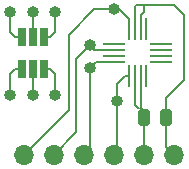
<source format=gtl>
G04 #@! TF.GenerationSoftware,KiCad,Pcbnew,5.0.2+dfsg1-1~bpo9+1*
G04 #@! TF.CreationDate,2020-04-14T03:04:13-04:00*
G04 #@! TF.ProjectId,accel,61636365-6c2e-46b6-9963-61645f706362,0.10.a*
G04 #@! TF.SameCoordinates,Original*
G04 #@! TF.FileFunction,Copper,L1,Top*
G04 #@! TF.FilePolarity,Positive*
%FSLAX46Y46*%
G04 Gerber Fmt 4.6, Leading zero omitted, Abs format (unit mm)*
G04 Created by KiCad (PCBNEW 5.0.2+dfsg1-1~bpo9+1) date Tue 14 Apr 2020 03:04:13 AM EDT*
%MOMM*%
%LPD*%
G01*
G04 APERTURE LIST*
G04 #@! TA.AperFunction,ComponentPad*
%ADD10O,1.700000X1.700000*%
G04 #@! TD*
G04 #@! TA.AperFunction,ComponentPad*
%ADD11O,1.000000X1.000000*%
G04 #@! TD*
G04 #@! TA.AperFunction,SMDPad,CuDef*
%ADD12R,0.650000X1.560000*%
G04 #@! TD*
G04 #@! TA.AperFunction,SMDPad,CuDef*
%ADD13O,2.000000X0.250000*%
G04 #@! TD*
G04 #@! TA.AperFunction,SMDPad,CuDef*
%ADD14O,0.250000X2.000000*%
G04 #@! TD*
G04 #@! TA.AperFunction,Conductor*
%ADD15C,0.150000*%
G04 #@! TD*
G04 #@! TA.AperFunction,SMDPad,CuDef*
%ADD16C,0.975000*%
G04 #@! TD*
G04 #@! TA.AperFunction,Conductor*
%ADD17C,0.203200*%
G04 #@! TD*
G04 APERTURE END LIST*
D10*
G04 #@! TO.P,REF\002A\002A,1*
G04 #@! TO.N,N/C*
X33020000Y-69215000D03*
G04 #@! TD*
G04 #@! TO.P,REF\002A\002A,1*
G04 #@! TO.N,N/C*
X35560000Y-69215000D03*
G04 #@! TD*
G04 #@! TO.P,REF\002A\002A,1*
G04 #@! TO.N,N/C*
X45720000Y-69215000D03*
G04 #@! TD*
G04 #@! TO.P,REF\002A\002A,1*
G04 #@! TO.N,N/C*
X43180000Y-69215000D03*
G04 #@! TD*
G04 #@! TO.P,REF\002A\002A,1*
G04 #@! TO.N,N/C*
X40640000Y-69215000D03*
G04 #@! TD*
D11*
G04 #@! TO.P,REF\002A\002A,1*
G04 #@! TO.N,N/C*
X38608000Y-59944000D03*
G04 #@! TD*
G04 #@! TO.P,REF\002A\002A,1*
G04 #@! TO.N,N/C*
X40640000Y-56896000D03*
G04 #@! TD*
G04 #@! TO.P,REF\002A\002A,1*
G04 #@! TO.N,N/C*
X40894000Y-64643000D03*
G04 #@! TD*
G04 #@! TO.P,REF\002A\002A,1*
G04 #@! TO.N,N/C*
X38608000Y-61849000D03*
G04 #@! TD*
G04 #@! TO.P,REF\002A\002A,1*
G04 #@! TO.N,N/C*
X35687000Y-57150000D03*
G04 #@! TD*
G04 #@! TO.P,REF\002A\002A,1*
G04 #@! TO.N,N/C*
X33782000Y-57150000D03*
G04 #@! TD*
G04 #@! TO.P,REF\002A\002A,1*
G04 #@! TO.N,N/C*
X31877000Y-57150000D03*
G04 #@! TD*
G04 #@! TO.P,REF\002A\002A,1*
G04 #@! TO.N,N/C*
X35687000Y-64135000D03*
G04 #@! TD*
G04 #@! TO.P,REF\002A\002A,1*
G04 #@! TO.N,N/C*
X33782000Y-64135000D03*
G04 #@! TD*
G04 #@! TO.P,REF\002A\002A,1*
G04 #@! TO.N,N/C*
X31877000Y-64135000D03*
G04 #@! TD*
D12*
G04 #@! TO.P,REF\002A\002A,5*
G04 #@! TO.N,N/C*
X33782000Y-59229000D03*
G04 #@! TO.P,REF\002A\002A,6*
X32832000Y-59229000D03*
G04 #@! TO.P,REF\002A\002A,4*
X34732000Y-59229000D03*
G04 #@! TO.P,REF\002A\002A,3*
X34732000Y-61929000D03*
G04 #@! TO.P,REF\002A\002A,2*
X33782000Y-61929000D03*
G04 #@! TO.P,REF\002A\002A,1*
X32832000Y-61929000D03*
G04 #@! TD*
D13*
G04 #@! TO.P,REF353,1*
G04 #@! TO.N,N/C*
X40640000Y-59825000D03*
G04 #@! TO.P,REF353,2*
X40640000Y-60325000D03*
G04 #@! TO.P,REF353,3*
X40640000Y-60825000D03*
G04 #@! TO.P,REF353,4*
X40640000Y-61325000D03*
D14*
G04 #@! TO.P,REF353,5*
X41890000Y-62575000D03*
G04 #@! TO.P,REF353,6*
X42390000Y-62575000D03*
G04 #@! TO.P,REF353,7*
X42890000Y-62575000D03*
G04 #@! TO.P,REF353,8*
X43390000Y-62575000D03*
D13*
G04 #@! TO.P,REF353,9*
X44640000Y-61325000D03*
G04 #@! TO.P,REF353,10*
X44640000Y-60825000D03*
G04 #@! TO.P,REF353,11*
X44640000Y-60325000D03*
G04 #@! TO.P,REF353,12*
X44640000Y-59825000D03*
D14*
G04 #@! TO.P,REF353,13*
X43390000Y-58575000D03*
G04 #@! TO.P,REF353,14*
X42890000Y-58575000D03*
G04 #@! TO.P,REF353,15*
X42390000Y-58575000D03*
G04 #@! TO.P,REF353,16*
X41890000Y-58575000D03*
G04 #@! TD*
D10*
G04 #@! TO.P,REF\002A\002A,1*
G04 #@! TO.N,N/C*
X38100000Y-69215000D03*
G04 #@! TD*
D15*
G04 #@! TO.N,N/C*
G04 #@! TO.C,REF\002A\002A*
G36*
X45322642Y-65341174D02*
X45346303Y-65344684D01*
X45369507Y-65350496D01*
X45392029Y-65358554D01*
X45413653Y-65368782D01*
X45434170Y-65381079D01*
X45453383Y-65395329D01*
X45471107Y-65411393D01*
X45487171Y-65429117D01*
X45501421Y-65448330D01*
X45513718Y-65468847D01*
X45523946Y-65490471D01*
X45532004Y-65512993D01*
X45537816Y-65536197D01*
X45541326Y-65559858D01*
X45542500Y-65583750D01*
X45542500Y-66496250D01*
X45541326Y-66520142D01*
X45537816Y-66543803D01*
X45532004Y-66567007D01*
X45523946Y-66589529D01*
X45513718Y-66611153D01*
X45501421Y-66631670D01*
X45487171Y-66650883D01*
X45471107Y-66668607D01*
X45453383Y-66684671D01*
X45434170Y-66698921D01*
X45413653Y-66711218D01*
X45392029Y-66721446D01*
X45369507Y-66729504D01*
X45346303Y-66735316D01*
X45322642Y-66738826D01*
X45298750Y-66740000D01*
X44811250Y-66740000D01*
X44787358Y-66738826D01*
X44763697Y-66735316D01*
X44740493Y-66729504D01*
X44717971Y-66721446D01*
X44696347Y-66711218D01*
X44675830Y-66698921D01*
X44656617Y-66684671D01*
X44638893Y-66668607D01*
X44622829Y-66650883D01*
X44608579Y-66631670D01*
X44596282Y-66611153D01*
X44586054Y-66589529D01*
X44577996Y-66567007D01*
X44572184Y-66543803D01*
X44568674Y-66520142D01*
X44567500Y-66496250D01*
X44567500Y-65583750D01*
X44568674Y-65559858D01*
X44572184Y-65536197D01*
X44577996Y-65512993D01*
X44586054Y-65490471D01*
X44596282Y-65468847D01*
X44608579Y-65448330D01*
X44622829Y-65429117D01*
X44638893Y-65411393D01*
X44656617Y-65395329D01*
X44675830Y-65381079D01*
X44696347Y-65368782D01*
X44717971Y-65358554D01*
X44740493Y-65350496D01*
X44763697Y-65344684D01*
X44787358Y-65341174D01*
X44811250Y-65340000D01*
X45298750Y-65340000D01*
X45322642Y-65341174D01*
X45322642Y-65341174D01*
G37*
D16*
G04 #@! TD*
G04 #@! TO.P,REF\002A\002A,2*
G04 #@! TO.N,N/C*
X45055000Y-66040000D03*
D15*
G04 #@! TO.N,N/C*
G04 #@! TO.C,REF\002A\002A*
G36*
X43447642Y-65341174D02*
X43471303Y-65344684D01*
X43494507Y-65350496D01*
X43517029Y-65358554D01*
X43538653Y-65368782D01*
X43559170Y-65381079D01*
X43578383Y-65395329D01*
X43596107Y-65411393D01*
X43612171Y-65429117D01*
X43626421Y-65448330D01*
X43638718Y-65468847D01*
X43648946Y-65490471D01*
X43657004Y-65512993D01*
X43662816Y-65536197D01*
X43666326Y-65559858D01*
X43667500Y-65583750D01*
X43667500Y-66496250D01*
X43666326Y-66520142D01*
X43662816Y-66543803D01*
X43657004Y-66567007D01*
X43648946Y-66589529D01*
X43638718Y-66611153D01*
X43626421Y-66631670D01*
X43612171Y-66650883D01*
X43596107Y-66668607D01*
X43578383Y-66684671D01*
X43559170Y-66698921D01*
X43538653Y-66711218D01*
X43517029Y-66721446D01*
X43494507Y-66729504D01*
X43471303Y-66735316D01*
X43447642Y-66738826D01*
X43423750Y-66740000D01*
X42936250Y-66740000D01*
X42912358Y-66738826D01*
X42888697Y-66735316D01*
X42865493Y-66729504D01*
X42842971Y-66721446D01*
X42821347Y-66711218D01*
X42800830Y-66698921D01*
X42781617Y-66684671D01*
X42763893Y-66668607D01*
X42747829Y-66650883D01*
X42733579Y-66631670D01*
X42721282Y-66611153D01*
X42711054Y-66589529D01*
X42702996Y-66567007D01*
X42697184Y-66543803D01*
X42693674Y-66520142D01*
X42692500Y-66496250D01*
X42692500Y-65583750D01*
X42693674Y-65559858D01*
X42697184Y-65536197D01*
X42702996Y-65512993D01*
X42711054Y-65490471D01*
X42721282Y-65468847D01*
X42733579Y-65448330D01*
X42747829Y-65429117D01*
X42763893Y-65411393D01*
X42781617Y-65395329D01*
X42800830Y-65381079D01*
X42821347Y-65368782D01*
X42842971Y-65358554D01*
X42865493Y-65350496D01*
X42888697Y-65344684D01*
X42912358Y-65341174D01*
X42936250Y-65340000D01*
X43423750Y-65340000D01*
X43447642Y-65341174D01*
X43447642Y-65341174D01*
G37*
D16*
G04 #@! TD*
G04 #@! TO.P,REF\002A\002A,1*
G04 #@! TO.N,N/C*
X43180000Y-66040000D03*
D17*
G04 #@! TO.N,*
X42390000Y-58575000D02*
X42390000Y-56670000D01*
X42390000Y-56670000D02*
X42545000Y-56515000D01*
X42890000Y-57371800D02*
X43180000Y-57081800D01*
X42890000Y-58575000D02*
X42890000Y-57371800D01*
X43180000Y-57081800D02*
X43180000Y-56515000D01*
X42545000Y-56515000D02*
X43180000Y-56515000D01*
X43180000Y-56515000D02*
X45720000Y-56515000D01*
X42390000Y-62575000D02*
X42390000Y-64996000D01*
X42390000Y-64996000D02*
X42672000Y-65278000D01*
X42672000Y-65278000D02*
X42799000Y-65278000D01*
X42890000Y-62575000D02*
X42890000Y-65242000D01*
X32303800Y-61929000D02*
X32832000Y-61929000D01*
X31877000Y-62355800D02*
X32303800Y-61929000D01*
X31877000Y-64135000D02*
X31877000Y-62355800D01*
X33782000Y-64135000D02*
X33782000Y-61929000D01*
X35260200Y-61929000D02*
X34732000Y-61929000D01*
X35687000Y-62355800D02*
X35260200Y-61929000D01*
X35687000Y-64135000D02*
X35687000Y-62355800D01*
X35687000Y-57857106D02*
X35687000Y-57150000D01*
X35687000Y-58802200D02*
X35687000Y-57857106D01*
X35260200Y-59229000D02*
X35687000Y-58802200D01*
X34732000Y-59229000D02*
X35260200Y-59229000D01*
X33782000Y-59229000D02*
X33782000Y-57150000D01*
X31877000Y-58802200D02*
X31877000Y-57857106D01*
X31877000Y-57857106D02*
X31877000Y-57150000D01*
X32303800Y-59229000D02*
X31877000Y-58802200D01*
X32832000Y-59229000D02*
X32303800Y-59229000D01*
X41890000Y-57700000D02*
X41086000Y-56896000D01*
X41086000Y-56896000D02*
X40640000Y-56896000D01*
X41890000Y-58575000D02*
X41890000Y-57700000D01*
X38989000Y-60325000D02*
X38608000Y-59944000D01*
X40640000Y-60325000D02*
X38989000Y-60325000D01*
X39132000Y-61325000D02*
X38608000Y-61849000D01*
X40640000Y-61325000D02*
X39132000Y-61325000D01*
X40894000Y-63935894D02*
X40894000Y-64643000D01*
X40894000Y-63242800D02*
X40894000Y-63935894D01*
X41561800Y-62575000D02*
X40894000Y-63242800D01*
X41890000Y-62575000D02*
X41561800Y-62575000D01*
X43180000Y-65532000D02*
X43180000Y-69215000D01*
X42890000Y-65242000D02*
X43180000Y-65532000D01*
X46569999Y-57364999D02*
X45720000Y-56515000D01*
X40894000Y-68961000D02*
X40640000Y-69215000D01*
X40894000Y-64643000D02*
X40894000Y-68961000D01*
X38608000Y-68707000D02*
X38100000Y-69215000D01*
X38608000Y-61849000D02*
X38608000Y-68707000D01*
X37465000Y-61087000D02*
X38608000Y-59944000D01*
X37465000Y-67310000D02*
X37465000Y-61087000D01*
X35560000Y-69215000D02*
X37465000Y-67310000D01*
X36830000Y-65405000D02*
X36830000Y-59055000D01*
X33020000Y-69215000D02*
X36830000Y-65405000D01*
X38989000Y-56896000D02*
X36830000Y-59055000D01*
X40640000Y-56896000D02*
X38989000Y-56896000D01*
X45055000Y-68550000D02*
X45720000Y-69215000D01*
X45055000Y-66040000D02*
X45055000Y-68550000D01*
X45055000Y-64379999D02*
X46569999Y-62865000D01*
X45055000Y-66040000D02*
X45055000Y-64379999D01*
X46569999Y-62865000D02*
X46569999Y-57364999D01*
G04 #@! TD*
M02*

</source>
